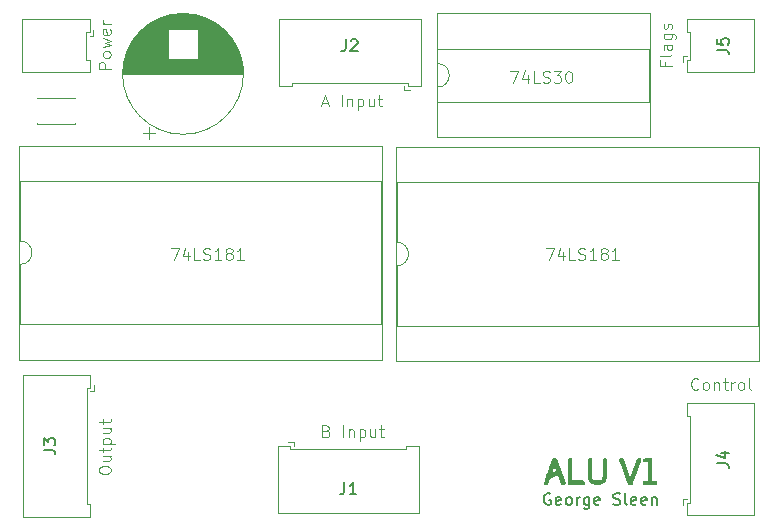
<source format=gbr>
%TF.GenerationSoftware,KiCad,Pcbnew,8.0.3*%
%TF.CreationDate,2024-07-14T22:50:11-07:00*%
%TF.ProjectId,Artemis ALU Module,41727465-6d69-4732-9041-4c55204d6f64,rev?*%
%TF.SameCoordinates,Original*%
%TF.FileFunction,Legend,Top*%
%TF.FilePolarity,Positive*%
%FSLAX46Y46*%
G04 Gerber Fmt 4.6, Leading zero omitted, Abs format (unit mm)*
G04 Created by KiCad (PCBNEW 8.0.3) date 2024-07-14 22:50:11*
%MOMM*%
%LPD*%
G01*
G04 APERTURE LIST*
%ADD10C,0.100000*%
%ADD11C,0.150000*%
%ADD12C,0.120000*%
G04 APERTURE END LIST*
D10*
X200125312Y-103027180D02*
X200077693Y-103074800D01*
X200077693Y-103074800D02*
X199934836Y-103122419D01*
X199934836Y-103122419D02*
X199839598Y-103122419D01*
X199839598Y-103122419D02*
X199696741Y-103074800D01*
X199696741Y-103074800D02*
X199601503Y-102979561D01*
X199601503Y-102979561D02*
X199553884Y-102884323D01*
X199553884Y-102884323D02*
X199506265Y-102693847D01*
X199506265Y-102693847D02*
X199506265Y-102550990D01*
X199506265Y-102550990D02*
X199553884Y-102360514D01*
X199553884Y-102360514D02*
X199601503Y-102265276D01*
X199601503Y-102265276D02*
X199696741Y-102170038D01*
X199696741Y-102170038D02*
X199839598Y-102122419D01*
X199839598Y-102122419D02*
X199934836Y-102122419D01*
X199934836Y-102122419D02*
X200077693Y-102170038D01*
X200077693Y-102170038D02*
X200125312Y-102217657D01*
X200696741Y-103122419D02*
X200601503Y-103074800D01*
X200601503Y-103074800D02*
X200553884Y-103027180D01*
X200553884Y-103027180D02*
X200506265Y-102931942D01*
X200506265Y-102931942D02*
X200506265Y-102646228D01*
X200506265Y-102646228D02*
X200553884Y-102550990D01*
X200553884Y-102550990D02*
X200601503Y-102503371D01*
X200601503Y-102503371D02*
X200696741Y-102455752D01*
X200696741Y-102455752D02*
X200839598Y-102455752D01*
X200839598Y-102455752D02*
X200934836Y-102503371D01*
X200934836Y-102503371D02*
X200982455Y-102550990D01*
X200982455Y-102550990D02*
X201030074Y-102646228D01*
X201030074Y-102646228D02*
X201030074Y-102931942D01*
X201030074Y-102931942D02*
X200982455Y-103027180D01*
X200982455Y-103027180D02*
X200934836Y-103074800D01*
X200934836Y-103074800D02*
X200839598Y-103122419D01*
X200839598Y-103122419D02*
X200696741Y-103122419D01*
X201458646Y-102455752D02*
X201458646Y-103122419D01*
X201458646Y-102550990D02*
X201506265Y-102503371D01*
X201506265Y-102503371D02*
X201601503Y-102455752D01*
X201601503Y-102455752D02*
X201744360Y-102455752D01*
X201744360Y-102455752D02*
X201839598Y-102503371D01*
X201839598Y-102503371D02*
X201887217Y-102598609D01*
X201887217Y-102598609D02*
X201887217Y-103122419D01*
X202220551Y-102455752D02*
X202601503Y-102455752D01*
X202363408Y-102122419D02*
X202363408Y-102979561D01*
X202363408Y-102979561D02*
X202411027Y-103074800D01*
X202411027Y-103074800D02*
X202506265Y-103122419D01*
X202506265Y-103122419D02*
X202601503Y-103122419D01*
X202934837Y-103122419D02*
X202934837Y-102455752D01*
X202934837Y-102646228D02*
X202982456Y-102550990D01*
X202982456Y-102550990D02*
X203030075Y-102503371D01*
X203030075Y-102503371D02*
X203125313Y-102455752D01*
X203125313Y-102455752D02*
X203220551Y-102455752D01*
X203696742Y-103122419D02*
X203601504Y-103074800D01*
X203601504Y-103074800D02*
X203553885Y-103027180D01*
X203553885Y-103027180D02*
X203506266Y-102931942D01*
X203506266Y-102931942D02*
X203506266Y-102646228D01*
X203506266Y-102646228D02*
X203553885Y-102550990D01*
X203553885Y-102550990D02*
X203601504Y-102503371D01*
X203601504Y-102503371D02*
X203696742Y-102455752D01*
X203696742Y-102455752D02*
X203839599Y-102455752D01*
X203839599Y-102455752D02*
X203934837Y-102503371D01*
X203934837Y-102503371D02*
X203982456Y-102550990D01*
X203982456Y-102550990D02*
X204030075Y-102646228D01*
X204030075Y-102646228D02*
X204030075Y-102931942D01*
X204030075Y-102931942D02*
X203982456Y-103027180D01*
X203982456Y-103027180D02*
X203934837Y-103074800D01*
X203934837Y-103074800D02*
X203839599Y-103122419D01*
X203839599Y-103122419D02*
X203696742Y-103122419D01*
X204601504Y-103122419D02*
X204506266Y-103074800D01*
X204506266Y-103074800D02*
X204458647Y-102979561D01*
X204458647Y-102979561D02*
X204458647Y-102122419D01*
D11*
X187610588Y-111917438D02*
X187515350Y-111869819D01*
X187515350Y-111869819D02*
X187372493Y-111869819D01*
X187372493Y-111869819D02*
X187229636Y-111917438D01*
X187229636Y-111917438D02*
X187134398Y-112012676D01*
X187134398Y-112012676D02*
X187086779Y-112107914D01*
X187086779Y-112107914D02*
X187039160Y-112298390D01*
X187039160Y-112298390D02*
X187039160Y-112441247D01*
X187039160Y-112441247D02*
X187086779Y-112631723D01*
X187086779Y-112631723D02*
X187134398Y-112726961D01*
X187134398Y-112726961D02*
X187229636Y-112822200D01*
X187229636Y-112822200D02*
X187372493Y-112869819D01*
X187372493Y-112869819D02*
X187467731Y-112869819D01*
X187467731Y-112869819D02*
X187610588Y-112822200D01*
X187610588Y-112822200D02*
X187658207Y-112774580D01*
X187658207Y-112774580D02*
X187658207Y-112441247D01*
X187658207Y-112441247D02*
X187467731Y-112441247D01*
X188467731Y-112822200D02*
X188372493Y-112869819D01*
X188372493Y-112869819D02*
X188182017Y-112869819D01*
X188182017Y-112869819D02*
X188086779Y-112822200D01*
X188086779Y-112822200D02*
X188039160Y-112726961D01*
X188039160Y-112726961D02*
X188039160Y-112346009D01*
X188039160Y-112346009D02*
X188086779Y-112250771D01*
X188086779Y-112250771D02*
X188182017Y-112203152D01*
X188182017Y-112203152D02*
X188372493Y-112203152D01*
X188372493Y-112203152D02*
X188467731Y-112250771D01*
X188467731Y-112250771D02*
X188515350Y-112346009D01*
X188515350Y-112346009D02*
X188515350Y-112441247D01*
X188515350Y-112441247D02*
X188039160Y-112536485D01*
X189086779Y-112869819D02*
X188991541Y-112822200D01*
X188991541Y-112822200D02*
X188943922Y-112774580D01*
X188943922Y-112774580D02*
X188896303Y-112679342D01*
X188896303Y-112679342D02*
X188896303Y-112393628D01*
X188896303Y-112393628D02*
X188943922Y-112298390D01*
X188943922Y-112298390D02*
X188991541Y-112250771D01*
X188991541Y-112250771D02*
X189086779Y-112203152D01*
X189086779Y-112203152D02*
X189229636Y-112203152D01*
X189229636Y-112203152D02*
X189324874Y-112250771D01*
X189324874Y-112250771D02*
X189372493Y-112298390D01*
X189372493Y-112298390D02*
X189420112Y-112393628D01*
X189420112Y-112393628D02*
X189420112Y-112679342D01*
X189420112Y-112679342D02*
X189372493Y-112774580D01*
X189372493Y-112774580D02*
X189324874Y-112822200D01*
X189324874Y-112822200D02*
X189229636Y-112869819D01*
X189229636Y-112869819D02*
X189086779Y-112869819D01*
X189848684Y-112869819D02*
X189848684Y-112203152D01*
X189848684Y-112393628D02*
X189896303Y-112298390D01*
X189896303Y-112298390D02*
X189943922Y-112250771D01*
X189943922Y-112250771D02*
X190039160Y-112203152D01*
X190039160Y-112203152D02*
X190134398Y-112203152D01*
X190896303Y-112203152D02*
X190896303Y-113012676D01*
X190896303Y-113012676D02*
X190848684Y-113107914D01*
X190848684Y-113107914D02*
X190801065Y-113155533D01*
X190801065Y-113155533D02*
X190705827Y-113203152D01*
X190705827Y-113203152D02*
X190562970Y-113203152D01*
X190562970Y-113203152D02*
X190467732Y-113155533D01*
X190896303Y-112822200D02*
X190801065Y-112869819D01*
X190801065Y-112869819D02*
X190610589Y-112869819D01*
X190610589Y-112869819D02*
X190515351Y-112822200D01*
X190515351Y-112822200D02*
X190467732Y-112774580D01*
X190467732Y-112774580D02*
X190420113Y-112679342D01*
X190420113Y-112679342D02*
X190420113Y-112393628D01*
X190420113Y-112393628D02*
X190467732Y-112298390D01*
X190467732Y-112298390D02*
X190515351Y-112250771D01*
X190515351Y-112250771D02*
X190610589Y-112203152D01*
X190610589Y-112203152D02*
X190801065Y-112203152D01*
X190801065Y-112203152D02*
X190896303Y-112250771D01*
X191753446Y-112822200D02*
X191658208Y-112869819D01*
X191658208Y-112869819D02*
X191467732Y-112869819D01*
X191467732Y-112869819D02*
X191372494Y-112822200D01*
X191372494Y-112822200D02*
X191324875Y-112726961D01*
X191324875Y-112726961D02*
X191324875Y-112346009D01*
X191324875Y-112346009D02*
X191372494Y-112250771D01*
X191372494Y-112250771D02*
X191467732Y-112203152D01*
X191467732Y-112203152D02*
X191658208Y-112203152D01*
X191658208Y-112203152D02*
X191753446Y-112250771D01*
X191753446Y-112250771D02*
X191801065Y-112346009D01*
X191801065Y-112346009D02*
X191801065Y-112441247D01*
X191801065Y-112441247D02*
X191324875Y-112536485D01*
X192943923Y-112822200D02*
X193086780Y-112869819D01*
X193086780Y-112869819D02*
X193324875Y-112869819D01*
X193324875Y-112869819D02*
X193420113Y-112822200D01*
X193420113Y-112822200D02*
X193467732Y-112774580D01*
X193467732Y-112774580D02*
X193515351Y-112679342D01*
X193515351Y-112679342D02*
X193515351Y-112584104D01*
X193515351Y-112584104D02*
X193467732Y-112488866D01*
X193467732Y-112488866D02*
X193420113Y-112441247D01*
X193420113Y-112441247D02*
X193324875Y-112393628D01*
X193324875Y-112393628D02*
X193134399Y-112346009D01*
X193134399Y-112346009D02*
X193039161Y-112298390D01*
X193039161Y-112298390D02*
X192991542Y-112250771D01*
X192991542Y-112250771D02*
X192943923Y-112155533D01*
X192943923Y-112155533D02*
X192943923Y-112060295D01*
X192943923Y-112060295D02*
X192991542Y-111965057D01*
X192991542Y-111965057D02*
X193039161Y-111917438D01*
X193039161Y-111917438D02*
X193134399Y-111869819D01*
X193134399Y-111869819D02*
X193372494Y-111869819D01*
X193372494Y-111869819D02*
X193515351Y-111917438D01*
X194086780Y-112869819D02*
X193991542Y-112822200D01*
X193991542Y-112822200D02*
X193943923Y-112726961D01*
X193943923Y-112726961D02*
X193943923Y-111869819D01*
X194848685Y-112822200D02*
X194753447Y-112869819D01*
X194753447Y-112869819D02*
X194562971Y-112869819D01*
X194562971Y-112869819D02*
X194467733Y-112822200D01*
X194467733Y-112822200D02*
X194420114Y-112726961D01*
X194420114Y-112726961D02*
X194420114Y-112346009D01*
X194420114Y-112346009D02*
X194467733Y-112250771D01*
X194467733Y-112250771D02*
X194562971Y-112203152D01*
X194562971Y-112203152D02*
X194753447Y-112203152D01*
X194753447Y-112203152D02*
X194848685Y-112250771D01*
X194848685Y-112250771D02*
X194896304Y-112346009D01*
X194896304Y-112346009D02*
X194896304Y-112441247D01*
X194896304Y-112441247D02*
X194420114Y-112536485D01*
X195705828Y-112822200D02*
X195610590Y-112869819D01*
X195610590Y-112869819D02*
X195420114Y-112869819D01*
X195420114Y-112869819D02*
X195324876Y-112822200D01*
X195324876Y-112822200D02*
X195277257Y-112726961D01*
X195277257Y-112726961D02*
X195277257Y-112346009D01*
X195277257Y-112346009D02*
X195324876Y-112250771D01*
X195324876Y-112250771D02*
X195420114Y-112203152D01*
X195420114Y-112203152D02*
X195610590Y-112203152D01*
X195610590Y-112203152D02*
X195705828Y-112250771D01*
X195705828Y-112250771D02*
X195753447Y-112346009D01*
X195753447Y-112346009D02*
X195753447Y-112441247D01*
X195753447Y-112441247D02*
X195277257Y-112536485D01*
X196182019Y-112203152D02*
X196182019Y-112869819D01*
X196182019Y-112298390D02*
X196229638Y-112250771D01*
X196229638Y-112250771D02*
X196324876Y-112203152D01*
X196324876Y-112203152D02*
X196467733Y-112203152D01*
X196467733Y-112203152D02*
X196562971Y-112250771D01*
X196562971Y-112250771D02*
X196610590Y-112346009D01*
X196610590Y-112346009D02*
X196610590Y-112869819D01*
D10*
X187208646Y-91122419D02*
X187875312Y-91122419D01*
X187875312Y-91122419D02*
X187446741Y-92122419D01*
X188684836Y-91455752D02*
X188684836Y-92122419D01*
X188446741Y-91074800D02*
X188208646Y-91789085D01*
X188208646Y-91789085D02*
X188827693Y-91789085D01*
X189684836Y-92122419D02*
X189208646Y-92122419D01*
X189208646Y-92122419D02*
X189208646Y-91122419D01*
X189970551Y-92074800D02*
X190113408Y-92122419D01*
X190113408Y-92122419D02*
X190351503Y-92122419D01*
X190351503Y-92122419D02*
X190446741Y-92074800D01*
X190446741Y-92074800D02*
X190494360Y-92027180D01*
X190494360Y-92027180D02*
X190541979Y-91931942D01*
X190541979Y-91931942D02*
X190541979Y-91836704D01*
X190541979Y-91836704D02*
X190494360Y-91741466D01*
X190494360Y-91741466D02*
X190446741Y-91693847D01*
X190446741Y-91693847D02*
X190351503Y-91646228D01*
X190351503Y-91646228D02*
X190161027Y-91598609D01*
X190161027Y-91598609D02*
X190065789Y-91550990D01*
X190065789Y-91550990D02*
X190018170Y-91503371D01*
X190018170Y-91503371D02*
X189970551Y-91408133D01*
X189970551Y-91408133D02*
X189970551Y-91312895D01*
X189970551Y-91312895D02*
X190018170Y-91217657D01*
X190018170Y-91217657D02*
X190065789Y-91170038D01*
X190065789Y-91170038D02*
X190161027Y-91122419D01*
X190161027Y-91122419D02*
X190399122Y-91122419D01*
X190399122Y-91122419D02*
X190541979Y-91170038D01*
X191494360Y-92122419D02*
X190922932Y-92122419D01*
X191208646Y-92122419D02*
X191208646Y-91122419D01*
X191208646Y-91122419D02*
X191113408Y-91265276D01*
X191113408Y-91265276D02*
X191018170Y-91360514D01*
X191018170Y-91360514D02*
X190922932Y-91408133D01*
X192065789Y-91550990D02*
X191970551Y-91503371D01*
X191970551Y-91503371D02*
X191922932Y-91455752D01*
X191922932Y-91455752D02*
X191875313Y-91360514D01*
X191875313Y-91360514D02*
X191875313Y-91312895D01*
X191875313Y-91312895D02*
X191922932Y-91217657D01*
X191922932Y-91217657D02*
X191970551Y-91170038D01*
X191970551Y-91170038D02*
X192065789Y-91122419D01*
X192065789Y-91122419D02*
X192256265Y-91122419D01*
X192256265Y-91122419D02*
X192351503Y-91170038D01*
X192351503Y-91170038D02*
X192399122Y-91217657D01*
X192399122Y-91217657D02*
X192446741Y-91312895D01*
X192446741Y-91312895D02*
X192446741Y-91360514D01*
X192446741Y-91360514D02*
X192399122Y-91455752D01*
X192399122Y-91455752D02*
X192351503Y-91503371D01*
X192351503Y-91503371D02*
X192256265Y-91550990D01*
X192256265Y-91550990D02*
X192065789Y-91550990D01*
X192065789Y-91550990D02*
X191970551Y-91598609D01*
X191970551Y-91598609D02*
X191922932Y-91646228D01*
X191922932Y-91646228D02*
X191875313Y-91741466D01*
X191875313Y-91741466D02*
X191875313Y-91931942D01*
X191875313Y-91931942D02*
X191922932Y-92027180D01*
X191922932Y-92027180D02*
X191970551Y-92074800D01*
X191970551Y-92074800D02*
X192065789Y-92122419D01*
X192065789Y-92122419D02*
X192256265Y-92122419D01*
X192256265Y-92122419D02*
X192351503Y-92074800D01*
X192351503Y-92074800D02*
X192399122Y-92027180D01*
X192399122Y-92027180D02*
X192446741Y-91931942D01*
X192446741Y-91931942D02*
X192446741Y-91741466D01*
X192446741Y-91741466D02*
X192399122Y-91646228D01*
X192399122Y-91646228D02*
X192351503Y-91598609D01*
X192351503Y-91598609D02*
X192256265Y-91550990D01*
X193399122Y-92122419D02*
X192827694Y-92122419D01*
X193113408Y-92122419D02*
X193113408Y-91122419D01*
X193113408Y-91122419D02*
X193018170Y-91265276D01*
X193018170Y-91265276D02*
X192922932Y-91360514D01*
X192922932Y-91360514D02*
X192827694Y-91408133D01*
X184208646Y-76122419D02*
X184875312Y-76122419D01*
X184875312Y-76122419D02*
X184446741Y-77122419D01*
X185684836Y-76455752D02*
X185684836Y-77122419D01*
X185446741Y-76074800D02*
X185208646Y-76789085D01*
X185208646Y-76789085D02*
X185827693Y-76789085D01*
X186684836Y-77122419D02*
X186208646Y-77122419D01*
X186208646Y-77122419D02*
X186208646Y-76122419D01*
X186970551Y-77074800D02*
X187113408Y-77122419D01*
X187113408Y-77122419D02*
X187351503Y-77122419D01*
X187351503Y-77122419D02*
X187446741Y-77074800D01*
X187446741Y-77074800D02*
X187494360Y-77027180D01*
X187494360Y-77027180D02*
X187541979Y-76931942D01*
X187541979Y-76931942D02*
X187541979Y-76836704D01*
X187541979Y-76836704D02*
X187494360Y-76741466D01*
X187494360Y-76741466D02*
X187446741Y-76693847D01*
X187446741Y-76693847D02*
X187351503Y-76646228D01*
X187351503Y-76646228D02*
X187161027Y-76598609D01*
X187161027Y-76598609D02*
X187065789Y-76550990D01*
X187065789Y-76550990D02*
X187018170Y-76503371D01*
X187018170Y-76503371D02*
X186970551Y-76408133D01*
X186970551Y-76408133D02*
X186970551Y-76312895D01*
X186970551Y-76312895D02*
X187018170Y-76217657D01*
X187018170Y-76217657D02*
X187065789Y-76170038D01*
X187065789Y-76170038D02*
X187161027Y-76122419D01*
X187161027Y-76122419D02*
X187399122Y-76122419D01*
X187399122Y-76122419D02*
X187541979Y-76170038D01*
X187875313Y-76122419D02*
X188494360Y-76122419D01*
X188494360Y-76122419D02*
X188161027Y-76503371D01*
X188161027Y-76503371D02*
X188303884Y-76503371D01*
X188303884Y-76503371D02*
X188399122Y-76550990D01*
X188399122Y-76550990D02*
X188446741Y-76598609D01*
X188446741Y-76598609D02*
X188494360Y-76693847D01*
X188494360Y-76693847D02*
X188494360Y-76931942D01*
X188494360Y-76931942D02*
X188446741Y-77027180D01*
X188446741Y-77027180D02*
X188399122Y-77074800D01*
X188399122Y-77074800D02*
X188303884Y-77122419D01*
X188303884Y-77122419D02*
X188018170Y-77122419D01*
X188018170Y-77122419D02*
X187922932Y-77074800D01*
X187922932Y-77074800D02*
X187875313Y-77027180D01*
X189113408Y-76122419D02*
X189208646Y-76122419D01*
X189208646Y-76122419D02*
X189303884Y-76170038D01*
X189303884Y-76170038D02*
X189351503Y-76217657D01*
X189351503Y-76217657D02*
X189399122Y-76312895D01*
X189399122Y-76312895D02*
X189446741Y-76503371D01*
X189446741Y-76503371D02*
X189446741Y-76741466D01*
X189446741Y-76741466D02*
X189399122Y-76931942D01*
X189399122Y-76931942D02*
X189351503Y-77027180D01*
X189351503Y-77027180D02*
X189303884Y-77074800D01*
X189303884Y-77074800D02*
X189208646Y-77122419D01*
X189208646Y-77122419D02*
X189113408Y-77122419D01*
X189113408Y-77122419D02*
X189018170Y-77074800D01*
X189018170Y-77074800D02*
X188970551Y-77027180D01*
X188970551Y-77027180D02*
X188922932Y-76931942D01*
X188922932Y-76931942D02*
X188875313Y-76741466D01*
X188875313Y-76741466D02*
X188875313Y-76503371D01*
X188875313Y-76503371D02*
X188922932Y-76312895D01*
X188922932Y-76312895D02*
X188970551Y-76217657D01*
X188970551Y-76217657D02*
X189018170Y-76170038D01*
X189018170Y-76170038D02*
X189113408Y-76122419D01*
X168256265Y-78836704D02*
X168732455Y-78836704D01*
X168161027Y-79122419D02*
X168494360Y-78122419D01*
X168494360Y-78122419D02*
X168827693Y-79122419D01*
X169922932Y-79122419D02*
X169922932Y-78122419D01*
X170399122Y-78455752D02*
X170399122Y-79122419D01*
X170399122Y-78550990D02*
X170446741Y-78503371D01*
X170446741Y-78503371D02*
X170541979Y-78455752D01*
X170541979Y-78455752D02*
X170684836Y-78455752D01*
X170684836Y-78455752D02*
X170780074Y-78503371D01*
X170780074Y-78503371D02*
X170827693Y-78598609D01*
X170827693Y-78598609D02*
X170827693Y-79122419D01*
X171303884Y-78455752D02*
X171303884Y-79455752D01*
X171303884Y-78503371D02*
X171399122Y-78455752D01*
X171399122Y-78455752D02*
X171589598Y-78455752D01*
X171589598Y-78455752D02*
X171684836Y-78503371D01*
X171684836Y-78503371D02*
X171732455Y-78550990D01*
X171732455Y-78550990D02*
X171780074Y-78646228D01*
X171780074Y-78646228D02*
X171780074Y-78931942D01*
X171780074Y-78931942D02*
X171732455Y-79027180D01*
X171732455Y-79027180D02*
X171684836Y-79074800D01*
X171684836Y-79074800D02*
X171589598Y-79122419D01*
X171589598Y-79122419D02*
X171399122Y-79122419D01*
X171399122Y-79122419D02*
X171303884Y-79074800D01*
X172637217Y-78455752D02*
X172637217Y-79122419D01*
X172208646Y-78455752D02*
X172208646Y-78979561D01*
X172208646Y-78979561D02*
X172256265Y-79074800D01*
X172256265Y-79074800D02*
X172351503Y-79122419D01*
X172351503Y-79122419D02*
X172494360Y-79122419D01*
X172494360Y-79122419D02*
X172589598Y-79074800D01*
X172589598Y-79074800D02*
X172637217Y-79027180D01*
X172970551Y-78455752D02*
X173351503Y-78455752D01*
X173113408Y-78122419D02*
X173113408Y-78979561D01*
X173113408Y-78979561D02*
X173161027Y-79074800D01*
X173161027Y-79074800D02*
X173256265Y-79122419D01*
X173256265Y-79122419D02*
X173351503Y-79122419D01*
X155458646Y-91122419D02*
X156125312Y-91122419D01*
X156125312Y-91122419D02*
X155696741Y-92122419D01*
X156934836Y-91455752D02*
X156934836Y-92122419D01*
X156696741Y-91074800D02*
X156458646Y-91789085D01*
X156458646Y-91789085D02*
X157077693Y-91789085D01*
X157934836Y-92122419D02*
X157458646Y-92122419D01*
X157458646Y-92122419D02*
X157458646Y-91122419D01*
X158220551Y-92074800D02*
X158363408Y-92122419D01*
X158363408Y-92122419D02*
X158601503Y-92122419D01*
X158601503Y-92122419D02*
X158696741Y-92074800D01*
X158696741Y-92074800D02*
X158744360Y-92027180D01*
X158744360Y-92027180D02*
X158791979Y-91931942D01*
X158791979Y-91931942D02*
X158791979Y-91836704D01*
X158791979Y-91836704D02*
X158744360Y-91741466D01*
X158744360Y-91741466D02*
X158696741Y-91693847D01*
X158696741Y-91693847D02*
X158601503Y-91646228D01*
X158601503Y-91646228D02*
X158411027Y-91598609D01*
X158411027Y-91598609D02*
X158315789Y-91550990D01*
X158315789Y-91550990D02*
X158268170Y-91503371D01*
X158268170Y-91503371D02*
X158220551Y-91408133D01*
X158220551Y-91408133D02*
X158220551Y-91312895D01*
X158220551Y-91312895D02*
X158268170Y-91217657D01*
X158268170Y-91217657D02*
X158315789Y-91170038D01*
X158315789Y-91170038D02*
X158411027Y-91122419D01*
X158411027Y-91122419D02*
X158649122Y-91122419D01*
X158649122Y-91122419D02*
X158791979Y-91170038D01*
X159744360Y-92122419D02*
X159172932Y-92122419D01*
X159458646Y-92122419D02*
X159458646Y-91122419D01*
X159458646Y-91122419D02*
X159363408Y-91265276D01*
X159363408Y-91265276D02*
X159268170Y-91360514D01*
X159268170Y-91360514D02*
X159172932Y-91408133D01*
X160315789Y-91550990D02*
X160220551Y-91503371D01*
X160220551Y-91503371D02*
X160172932Y-91455752D01*
X160172932Y-91455752D02*
X160125313Y-91360514D01*
X160125313Y-91360514D02*
X160125313Y-91312895D01*
X160125313Y-91312895D02*
X160172932Y-91217657D01*
X160172932Y-91217657D02*
X160220551Y-91170038D01*
X160220551Y-91170038D02*
X160315789Y-91122419D01*
X160315789Y-91122419D02*
X160506265Y-91122419D01*
X160506265Y-91122419D02*
X160601503Y-91170038D01*
X160601503Y-91170038D02*
X160649122Y-91217657D01*
X160649122Y-91217657D02*
X160696741Y-91312895D01*
X160696741Y-91312895D02*
X160696741Y-91360514D01*
X160696741Y-91360514D02*
X160649122Y-91455752D01*
X160649122Y-91455752D02*
X160601503Y-91503371D01*
X160601503Y-91503371D02*
X160506265Y-91550990D01*
X160506265Y-91550990D02*
X160315789Y-91550990D01*
X160315789Y-91550990D02*
X160220551Y-91598609D01*
X160220551Y-91598609D02*
X160172932Y-91646228D01*
X160172932Y-91646228D02*
X160125313Y-91741466D01*
X160125313Y-91741466D02*
X160125313Y-91931942D01*
X160125313Y-91931942D02*
X160172932Y-92027180D01*
X160172932Y-92027180D02*
X160220551Y-92074800D01*
X160220551Y-92074800D02*
X160315789Y-92122419D01*
X160315789Y-92122419D02*
X160506265Y-92122419D01*
X160506265Y-92122419D02*
X160601503Y-92074800D01*
X160601503Y-92074800D02*
X160649122Y-92027180D01*
X160649122Y-92027180D02*
X160696741Y-91931942D01*
X160696741Y-91931942D02*
X160696741Y-91741466D01*
X160696741Y-91741466D02*
X160649122Y-91646228D01*
X160649122Y-91646228D02*
X160601503Y-91598609D01*
X160601503Y-91598609D02*
X160506265Y-91550990D01*
X161649122Y-92122419D02*
X161077694Y-92122419D01*
X161363408Y-92122419D02*
X161363408Y-91122419D01*
X161363408Y-91122419D02*
X161268170Y-91265276D01*
X161268170Y-91265276D02*
X161172932Y-91360514D01*
X161172932Y-91360514D02*
X161077694Y-91408133D01*
X149372419Y-110005639D02*
X149372419Y-109815163D01*
X149372419Y-109815163D02*
X149420038Y-109719925D01*
X149420038Y-109719925D02*
X149515276Y-109624687D01*
X149515276Y-109624687D02*
X149705752Y-109577068D01*
X149705752Y-109577068D02*
X150039085Y-109577068D01*
X150039085Y-109577068D02*
X150229561Y-109624687D01*
X150229561Y-109624687D02*
X150324800Y-109719925D01*
X150324800Y-109719925D02*
X150372419Y-109815163D01*
X150372419Y-109815163D02*
X150372419Y-110005639D01*
X150372419Y-110005639D02*
X150324800Y-110100877D01*
X150324800Y-110100877D02*
X150229561Y-110196115D01*
X150229561Y-110196115D02*
X150039085Y-110243734D01*
X150039085Y-110243734D02*
X149705752Y-110243734D01*
X149705752Y-110243734D02*
X149515276Y-110196115D01*
X149515276Y-110196115D02*
X149420038Y-110100877D01*
X149420038Y-110100877D02*
X149372419Y-110005639D01*
X149705752Y-108719925D02*
X150372419Y-108719925D01*
X149705752Y-109148496D02*
X150229561Y-109148496D01*
X150229561Y-109148496D02*
X150324800Y-109100877D01*
X150324800Y-109100877D02*
X150372419Y-109005639D01*
X150372419Y-109005639D02*
X150372419Y-108862782D01*
X150372419Y-108862782D02*
X150324800Y-108767544D01*
X150324800Y-108767544D02*
X150277180Y-108719925D01*
X149705752Y-108386591D02*
X149705752Y-108005639D01*
X149372419Y-108243734D02*
X150229561Y-108243734D01*
X150229561Y-108243734D02*
X150324800Y-108196115D01*
X150324800Y-108196115D02*
X150372419Y-108100877D01*
X150372419Y-108100877D02*
X150372419Y-108005639D01*
X149705752Y-107672305D02*
X150705752Y-107672305D01*
X149753371Y-107672305D02*
X149705752Y-107577067D01*
X149705752Y-107577067D02*
X149705752Y-107386591D01*
X149705752Y-107386591D02*
X149753371Y-107291353D01*
X149753371Y-107291353D02*
X149800990Y-107243734D01*
X149800990Y-107243734D02*
X149896228Y-107196115D01*
X149896228Y-107196115D02*
X150181942Y-107196115D01*
X150181942Y-107196115D02*
X150277180Y-107243734D01*
X150277180Y-107243734D02*
X150324800Y-107291353D01*
X150324800Y-107291353D02*
X150372419Y-107386591D01*
X150372419Y-107386591D02*
X150372419Y-107577067D01*
X150372419Y-107577067D02*
X150324800Y-107672305D01*
X149705752Y-106338972D02*
X150372419Y-106338972D01*
X149705752Y-106767543D02*
X150229561Y-106767543D01*
X150229561Y-106767543D02*
X150324800Y-106719924D01*
X150324800Y-106719924D02*
X150372419Y-106624686D01*
X150372419Y-106624686D02*
X150372419Y-106481829D01*
X150372419Y-106481829D02*
X150324800Y-106386591D01*
X150324800Y-106386591D02*
X150277180Y-106338972D01*
X149705752Y-106005638D02*
X149705752Y-105624686D01*
X149372419Y-105862781D02*
X150229561Y-105862781D01*
X150229561Y-105862781D02*
X150324800Y-105815162D01*
X150324800Y-105815162D02*
X150372419Y-105719924D01*
X150372419Y-105719924D02*
X150372419Y-105624686D01*
D11*
G36*
X188102524Y-108910723D02*
G01*
X188170411Y-108982330D01*
X188887020Y-111036413D01*
X188889951Y-111070118D01*
X188884219Y-111109098D01*
X188800069Y-111160000D01*
X188598813Y-111160000D01*
X188578782Y-111158595D01*
X188508932Y-111087215D01*
X188254431Y-110347159D01*
X187565177Y-110653928D01*
X187411304Y-111087215D01*
X187402892Y-111106988D01*
X187318981Y-111160000D01*
X187125540Y-111160000D01*
X187088363Y-111151834D01*
X187033217Y-111070118D01*
X187040437Y-111046768D01*
X187075577Y-110940341D01*
X187112624Y-110829501D01*
X187158501Y-110692919D01*
X187211433Y-110535882D01*
X187269650Y-110363679D01*
X187331378Y-110181598D01*
X187344003Y-110144438D01*
X187733217Y-110144438D01*
X188119609Y-109972979D01*
X188089302Y-109891767D01*
X188055617Y-109795659D01*
X188027285Y-109708220D01*
X188023651Y-109697647D01*
X187992001Y-109599842D01*
X187960362Y-109505987D01*
X187733217Y-110144438D01*
X187344003Y-110144438D01*
X187363005Y-110088506D01*
X187394846Y-109994927D01*
X187426678Y-109901523D01*
X187458280Y-109808954D01*
X187519908Y-109628966D01*
X187577959Y-109460251D01*
X187630659Y-109308098D01*
X187676235Y-109177795D01*
X187712917Y-109074629D01*
X187747383Y-108982330D01*
X187754550Y-108967120D01*
X187836775Y-108909057D01*
X188083461Y-108909057D01*
X188102524Y-108910723D01*
G37*
G36*
X190415003Y-111160000D02*
G01*
X190499372Y-111108217D01*
X190504884Y-111048136D01*
X190504884Y-110897194D01*
X190481961Y-110799619D01*
X190395464Y-110787773D01*
X189465875Y-110787773D01*
X189465875Y-109018967D01*
X189435528Y-108923234D01*
X189376482Y-108909057D01*
X189183042Y-108909057D01*
X189099374Y-108960371D01*
X189093649Y-108999427D01*
X189099023Y-111070607D01*
X189150434Y-111155612D01*
X189183042Y-111160000D01*
X190415003Y-111160000D01*
G37*
G36*
X192400209Y-108999427D02*
G01*
X192348277Y-108914866D01*
X192307885Y-108909057D01*
X192123237Y-108909057D01*
X192036865Y-108959504D01*
X192030425Y-109018967D01*
X192030425Y-110446810D01*
X192014454Y-110549923D01*
X191969838Y-110640697D01*
X191901522Y-110714418D01*
X191814453Y-110766372D01*
X191713577Y-110791844D01*
X191677739Y-110793635D01*
X191462316Y-110793635D01*
X191356555Y-110774884D01*
X191264976Y-110723008D01*
X191195311Y-110644573D01*
X191155292Y-110546143D01*
X191148709Y-110483447D01*
X191148709Y-109018967D01*
X191118203Y-108923234D01*
X191058827Y-108909057D01*
X190871249Y-108909057D01*
X190787580Y-108960371D01*
X190781856Y-108999427D01*
X190781856Y-110483447D01*
X190789840Y-110588633D01*
X190812964Y-110688095D01*
X190849984Y-110780824D01*
X190899656Y-110865811D01*
X190983417Y-110965338D01*
X191084512Y-111046913D01*
X191169934Y-111094874D01*
X191262205Y-111130382D01*
X191360080Y-111152427D01*
X191462316Y-111160000D01*
X191677739Y-111160000D01*
X191786203Y-111151790D01*
X191890071Y-111127964D01*
X191988015Y-111089727D01*
X192078710Y-111038284D01*
X192160830Y-110974840D01*
X192233050Y-110900600D01*
X192294043Y-110816769D01*
X192342484Y-110724553D01*
X192377046Y-110625156D01*
X192396405Y-110519783D01*
X192400209Y-110446810D01*
X192400209Y-108999427D01*
G37*
G36*
X195306210Y-108999427D02*
G01*
X195249538Y-108916858D01*
X195216817Y-108909057D01*
X194995533Y-108909057D01*
X194914659Y-108965232D01*
X194905652Y-108988192D01*
X194900279Y-108999427D01*
X194903210Y-108982330D01*
X194357083Y-110622665D01*
X193805094Y-108982330D01*
X193734869Y-108910723D01*
X193715701Y-108909057D01*
X193497348Y-108909057D01*
X193410794Y-108960371D01*
X193405024Y-108999427D01*
X193416259Y-109047299D01*
X193453972Y-109141867D01*
X193490614Y-109235684D01*
X193526291Y-109328854D01*
X193561110Y-109421487D01*
X193595180Y-109513686D01*
X193628607Y-109605561D01*
X193677778Y-109742995D01*
X193726107Y-109880296D01*
X193773956Y-110017825D01*
X193821687Y-110155940D01*
X193853621Y-110248521D01*
X193885772Y-110341629D01*
X193918246Y-110435370D01*
X193951151Y-110529853D01*
X194144103Y-111090146D01*
X194217137Y-111159137D01*
X194233984Y-111160000D01*
X194480181Y-111160000D01*
X194562427Y-111103245D01*
X194569574Y-111087215D01*
X194617445Y-110954836D01*
X194905652Y-110153230D01*
X195205582Y-109317431D01*
X195238813Y-109220774D01*
X195269616Y-109126360D01*
X195299555Y-109026859D01*
X195306210Y-108999427D01*
G37*
G36*
X196568457Y-111160000D02*
G01*
X196652367Y-111105251D01*
X196657850Y-111048136D01*
X196657850Y-110910872D01*
X196621381Y-110816571D01*
X196548918Y-110801939D01*
X196229448Y-110801939D01*
X196229448Y-109018478D01*
X196199318Y-108923121D01*
X196140055Y-108909057D01*
X195582693Y-108909057D01*
X195489983Y-108942529D01*
X195473761Y-109018478D01*
X195473761Y-109161116D01*
X195501596Y-109256466D01*
X195563154Y-109273468D01*
X195857222Y-109273468D01*
X195857222Y-110801939D01*
X195554849Y-110801939D01*
X195462676Y-110843346D01*
X195451290Y-110910872D01*
X195451290Y-111048136D01*
X195479126Y-111143152D01*
X195540683Y-111160000D01*
X196568457Y-111160000D01*
G37*
D10*
X197348609Y-75362782D02*
X197348609Y-75696115D01*
X197872419Y-75696115D02*
X196872419Y-75696115D01*
X196872419Y-75696115D02*
X196872419Y-75219925D01*
X197872419Y-74696115D02*
X197824800Y-74791353D01*
X197824800Y-74791353D02*
X197729561Y-74838972D01*
X197729561Y-74838972D02*
X196872419Y-74838972D01*
X197872419Y-73886591D02*
X197348609Y-73886591D01*
X197348609Y-73886591D02*
X197253371Y-73934210D01*
X197253371Y-73934210D02*
X197205752Y-74029448D01*
X197205752Y-74029448D02*
X197205752Y-74219924D01*
X197205752Y-74219924D02*
X197253371Y-74315162D01*
X197824800Y-73886591D02*
X197872419Y-73981829D01*
X197872419Y-73981829D02*
X197872419Y-74219924D01*
X197872419Y-74219924D02*
X197824800Y-74315162D01*
X197824800Y-74315162D02*
X197729561Y-74362781D01*
X197729561Y-74362781D02*
X197634323Y-74362781D01*
X197634323Y-74362781D02*
X197539085Y-74315162D01*
X197539085Y-74315162D02*
X197491466Y-74219924D01*
X197491466Y-74219924D02*
X197491466Y-73981829D01*
X197491466Y-73981829D02*
X197443847Y-73886591D01*
X197205752Y-72981829D02*
X198015276Y-72981829D01*
X198015276Y-72981829D02*
X198110514Y-73029448D01*
X198110514Y-73029448D02*
X198158133Y-73077067D01*
X198158133Y-73077067D02*
X198205752Y-73172305D01*
X198205752Y-73172305D02*
X198205752Y-73315162D01*
X198205752Y-73315162D02*
X198158133Y-73410400D01*
X197824800Y-72981829D02*
X197872419Y-73077067D01*
X197872419Y-73077067D02*
X197872419Y-73267543D01*
X197872419Y-73267543D02*
X197824800Y-73362781D01*
X197824800Y-73362781D02*
X197777180Y-73410400D01*
X197777180Y-73410400D02*
X197681942Y-73458019D01*
X197681942Y-73458019D02*
X197396228Y-73458019D01*
X197396228Y-73458019D02*
X197300990Y-73410400D01*
X197300990Y-73410400D02*
X197253371Y-73362781D01*
X197253371Y-73362781D02*
X197205752Y-73267543D01*
X197205752Y-73267543D02*
X197205752Y-73077067D01*
X197205752Y-73077067D02*
X197253371Y-72981829D01*
X197824800Y-72553257D02*
X197872419Y-72458019D01*
X197872419Y-72458019D02*
X197872419Y-72267543D01*
X197872419Y-72267543D02*
X197824800Y-72172305D01*
X197824800Y-72172305D02*
X197729561Y-72124686D01*
X197729561Y-72124686D02*
X197681942Y-72124686D01*
X197681942Y-72124686D02*
X197586704Y-72172305D01*
X197586704Y-72172305D02*
X197539085Y-72267543D01*
X197539085Y-72267543D02*
X197539085Y-72410400D01*
X197539085Y-72410400D02*
X197491466Y-72505638D01*
X197491466Y-72505638D02*
X197396228Y-72553257D01*
X197396228Y-72553257D02*
X197348609Y-72553257D01*
X197348609Y-72553257D02*
X197253371Y-72505638D01*
X197253371Y-72505638D02*
X197205752Y-72410400D01*
X197205752Y-72410400D02*
X197205752Y-72267543D01*
X197205752Y-72267543D02*
X197253371Y-72172305D01*
X168637217Y-106598609D02*
X168780074Y-106646228D01*
X168780074Y-106646228D02*
X168827693Y-106693847D01*
X168827693Y-106693847D02*
X168875312Y-106789085D01*
X168875312Y-106789085D02*
X168875312Y-106931942D01*
X168875312Y-106931942D02*
X168827693Y-107027180D01*
X168827693Y-107027180D02*
X168780074Y-107074800D01*
X168780074Y-107074800D02*
X168684836Y-107122419D01*
X168684836Y-107122419D02*
X168303884Y-107122419D01*
X168303884Y-107122419D02*
X168303884Y-106122419D01*
X168303884Y-106122419D02*
X168637217Y-106122419D01*
X168637217Y-106122419D02*
X168732455Y-106170038D01*
X168732455Y-106170038D02*
X168780074Y-106217657D01*
X168780074Y-106217657D02*
X168827693Y-106312895D01*
X168827693Y-106312895D02*
X168827693Y-106408133D01*
X168827693Y-106408133D02*
X168780074Y-106503371D01*
X168780074Y-106503371D02*
X168732455Y-106550990D01*
X168732455Y-106550990D02*
X168637217Y-106598609D01*
X168637217Y-106598609D02*
X168303884Y-106598609D01*
X170065789Y-107122419D02*
X170065789Y-106122419D01*
X170541979Y-106455752D02*
X170541979Y-107122419D01*
X170541979Y-106550990D02*
X170589598Y-106503371D01*
X170589598Y-106503371D02*
X170684836Y-106455752D01*
X170684836Y-106455752D02*
X170827693Y-106455752D01*
X170827693Y-106455752D02*
X170922931Y-106503371D01*
X170922931Y-106503371D02*
X170970550Y-106598609D01*
X170970550Y-106598609D02*
X170970550Y-107122419D01*
X171446741Y-106455752D02*
X171446741Y-107455752D01*
X171446741Y-106503371D02*
X171541979Y-106455752D01*
X171541979Y-106455752D02*
X171732455Y-106455752D01*
X171732455Y-106455752D02*
X171827693Y-106503371D01*
X171827693Y-106503371D02*
X171875312Y-106550990D01*
X171875312Y-106550990D02*
X171922931Y-106646228D01*
X171922931Y-106646228D02*
X171922931Y-106931942D01*
X171922931Y-106931942D02*
X171875312Y-107027180D01*
X171875312Y-107027180D02*
X171827693Y-107074800D01*
X171827693Y-107074800D02*
X171732455Y-107122419D01*
X171732455Y-107122419D02*
X171541979Y-107122419D01*
X171541979Y-107122419D02*
X171446741Y-107074800D01*
X172780074Y-106455752D02*
X172780074Y-107122419D01*
X172351503Y-106455752D02*
X172351503Y-106979561D01*
X172351503Y-106979561D02*
X172399122Y-107074800D01*
X172399122Y-107074800D02*
X172494360Y-107122419D01*
X172494360Y-107122419D02*
X172637217Y-107122419D01*
X172637217Y-107122419D02*
X172732455Y-107074800D01*
X172732455Y-107074800D02*
X172780074Y-107027180D01*
X173113408Y-106455752D02*
X173494360Y-106455752D01*
X173256265Y-106122419D02*
X173256265Y-106979561D01*
X173256265Y-106979561D02*
X173303884Y-107074800D01*
X173303884Y-107074800D02*
X173399122Y-107122419D01*
X173399122Y-107122419D02*
X173494360Y-107122419D01*
X150372419Y-75946115D02*
X149372419Y-75946115D01*
X149372419Y-75946115D02*
X149372419Y-75565163D01*
X149372419Y-75565163D02*
X149420038Y-75469925D01*
X149420038Y-75469925D02*
X149467657Y-75422306D01*
X149467657Y-75422306D02*
X149562895Y-75374687D01*
X149562895Y-75374687D02*
X149705752Y-75374687D01*
X149705752Y-75374687D02*
X149800990Y-75422306D01*
X149800990Y-75422306D02*
X149848609Y-75469925D01*
X149848609Y-75469925D02*
X149896228Y-75565163D01*
X149896228Y-75565163D02*
X149896228Y-75946115D01*
X150372419Y-74803258D02*
X150324800Y-74898496D01*
X150324800Y-74898496D02*
X150277180Y-74946115D01*
X150277180Y-74946115D02*
X150181942Y-74993734D01*
X150181942Y-74993734D02*
X149896228Y-74993734D01*
X149896228Y-74993734D02*
X149800990Y-74946115D01*
X149800990Y-74946115D02*
X149753371Y-74898496D01*
X149753371Y-74898496D02*
X149705752Y-74803258D01*
X149705752Y-74803258D02*
X149705752Y-74660401D01*
X149705752Y-74660401D02*
X149753371Y-74565163D01*
X149753371Y-74565163D02*
X149800990Y-74517544D01*
X149800990Y-74517544D02*
X149896228Y-74469925D01*
X149896228Y-74469925D02*
X150181942Y-74469925D01*
X150181942Y-74469925D02*
X150277180Y-74517544D01*
X150277180Y-74517544D02*
X150324800Y-74565163D01*
X150324800Y-74565163D02*
X150372419Y-74660401D01*
X150372419Y-74660401D02*
X150372419Y-74803258D01*
X149705752Y-74136591D02*
X150372419Y-73946115D01*
X150372419Y-73946115D02*
X149896228Y-73755639D01*
X149896228Y-73755639D02*
X150372419Y-73565163D01*
X150372419Y-73565163D02*
X149705752Y-73374687D01*
X150324800Y-72612782D02*
X150372419Y-72708020D01*
X150372419Y-72708020D02*
X150372419Y-72898496D01*
X150372419Y-72898496D02*
X150324800Y-72993734D01*
X150324800Y-72993734D02*
X150229561Y-73041353D01*
X150229561Y-73041353D02*
X149848609Y-73041353D01*
X149848609Y-73041353D02*
X149753371Y-72993734D01*
X149753371Y-72993734D02*
X149705752Y-72898496D01*
X149705752Y-72898496D02*
X149705752Y-72708020D01*
X149705752Y-72708020D02*
X149753371Y-72612782D01*
X149753371Y-72612782D02*
X149848609Y-72565163D01*
X149848609Y-72565163D02*
X149943847Y-72565163D01*
X149943847Y-72565163D02*
X150039085Y-73041353D01*
X150372419Y-72136591D02*
X149705752Y-72136591D01*
X149896228Y-72136591D02*
X149800990Y-72088972D01*
X149800990Y-72088972D02*
X149753371Y-72041353D01*
X149753371Y-72041353D02*
X149705752Y-71946115D01*
X149705752Y-71946115D02*
X149705752Y-71850877D01*
D11*
X201704819Y-109338333D02*
X202419104Y-109338333D01*
X202419104Y-109338333D02*
X202561961Y-109385952D01*
X202561961Y-109385952D02*
X202657200Y-109481190D01*
X202657200Y-109481190D02*
X202704819Y-109624047D01*
X202704819Y-109624047D02*
X202704819Y-109719285D01*
X202038152Y-108433571D02*
X202704819Y-108433571D01*
X201657200Y-108671666D02*
X202371485Y-108909761D01*
X202371485Y-108909761D02*
X202371485Y-108290714D01*
X170171666Y-110954819D02*
X170171666Y-111669104D01*
X170171666Y-111669104D02*
X170124047Y-111811961D01*
X170124047Y-111811961D02*
X170028809Y-111907200D01*
X170028809Y-111907200D02*
X169885952Y-111954819D01*
X169885952Y-111954819D02*
X169790714Y-111954819D01*
X171171666Y-111954819D02*
X170600238Y-111954819D01*
X170885952Y-111954819D02*
X170885952Y-110954819D01*
X170885952Y-110954819D02*
X170790714Y-111097676D01*
X170790714Y-111097676D02*
X170695476Y-111192914D01*
X170695476Y-111192914D02*
X170600238Y-111240533D01*
X144704819Y-108213333D02*
X145419104Y-108213333D01*
X145419104Y-108213333D02*
X145561961Y-108260952D01*
X145561961Y-108260952D02*
X145657200Y-108356190D01*
X145657200Y-108356190D02*
X145704819Y-108499047D01*
X145704819Y-108499047D02*
X145704819Y-108594285D01*
X144704819Y-107832380D02*
X144704819Y-107213333D01*
X144704819Y-107213333D02*
X145085771Y-107546666D01*
X145085771Y-107546666D02*
X145085771Y-107403809D01*
X145085771Y-107403809D02*
X145133390Y-107308571D01*
X145133390Y-107308571D02*
X145181009Y-107260952D01*
X145181009Y-107260952D02*
X145276247Y-107213333D01*
X145276247Y-107213333D02*
X145514342Y-107213333D01*
X145514342Y-107213333D02*
X145609580Y-107260952D01*
X145609580Y-107260952D02*
X145657200Y-107308571D01*
X145657200Y-107308571D02*
X145704819Y-107403809D01*
X145704819Y-107403809D02*
X145704819Y-107689523D01*
X145704819Y-107689523D02*
X145657200Y-107784761D01*
X145657200Y-107784761D02*
X145609580Y-107832380D01*
X201704819Y-74333333D02*
X202419104Y-74333333D01*
X202419104Y-74333333D02*
X202561961Y-74380952D01*
X202561961Y-74380952D02*
X202657200Y-74476190D01*
X202657200Y-74476190D02*
X202704819Y-74619047D01*
X202704819Y-74619047D02*
X202704819Y-74714285D01*
X201704819Y-73380952D02*
X201704819Y-73857142D01*
X201704819Y-73857142D02*
X202181009Y-73904761D01*
X202181009Y-73904761D02*
X202133390Y-73857142D01*
X202133390Y-73857142D02*
X202085771Y-73761904D01*
X202085771Y-73761904D02*
X202085771Y-73523809D01*
X202085771Y-73523809D02*
X202133390Y-73428571D01*
X202133390Y-73428571D02*
X202181009Y-73380952D01*
X202181009Y-73380952D02*
X202276247Y-73333333D01*
X202276247Y-73333333D02*
X202514342Y-73333333D01*
X202514342Y-73333333D02*
X202609580Y-73380952D01*
X202609580Y-73380952D02*
X202657200Y-73428571D01*
X202657200Y-73428571D02*
X202704819Y-73523809D01*
X202704819Y-73523809D02*
X202704819Y-73761904D01*
X202704819Y-73761904D02*
X202657200Y-73857142D01*
X202657200Y-73857142D02*
X202609580Y-73904761D01*
X170286666Y-73454819D02*
X170286666Y-74169104D01*
X170286666Y-74169104D02*
X170239047Y-74311961D01*
X170239047Y-74311961D02*
X170143809Y-74407200D01*
X170143809Y-74407200D02*
X170000952Y-74454819D01*
X170000952Y-74454819D02*
X169905714Y-74454819D01*
X170715238Y-73550057D02*
X170762857Y-73502438D01*
X170762857Y-73502438D02*
X170858095Y-73454819D01*
X170858095Y-73454819D02*
X171096190Y-73454819D01*
X171096190Y-73454819D02*
X171191428Y-73502438D01*
X171191428Y-73502438D02*
X171239047Y-73550057D01*
X171239047Y-73550057D02*
X171286666Y-73645295D01*
X171286666Y-73645295D02*
X171286666Y-73740533D01*
X171286666Y-73740533D02*
X171239047Y-73883390D01*
X171239047Y-73883390D02*
X170667619Y-74454819D01*
X170667619Y-74454819D02*
X171286666Y-74454819D01*
D12*
%TO.C,U3*%
X177985000Y-71240000D02*
X177985000Y-81740000D01*
X177985000Y-81740000D02*
X196005000Y-81740000D01*
X178045000Y-74240000D02*
X178045000Y-75490000D01*
X178045000Y-77490000D02*
X178045000Y-78740000D01*
X178045000Y-78740000D02*
X195945000Y-78740000D01*
X195945000Y-74240000D02*
X178045000Y-74240000D01*
X195945000Y-78740000D02*
X195945000Y-74240000D01*
X196005000Y-71240000D02*
X177985000Y-71240000D01*
X196005000Y-81740000D02*
X196005000Y-71240000D01*
X178045000Y-75490000D02*
G75*
G02*
X178045000Y-77490000I0J-1000000D01*
G01*
%TO.C,J4*%
X198850000Y-112375000D02*
X198850000Y-112875000D01*
X199140000Y-104265000D02*
X204860000Y-104265000D01*
X199140000Y-105335000D02*
X199140000Y-104265000D01*
X199140000Y-112665000D02*
X199140000Y-113735000D01*
X199140000Y-113735000D02*
X204860000Y-113735000D01*
X199150000Y-112375000D02*
X198850000Y-112375000D01*
X199440000Y-105335000D02*
X199140000Y-105335000D01*
X199440000Y-109000000D02*
X199440000Y-105335000D01*
X199440000Y-109000000D02*
X199440000Y-112665000D01*
X199440000Y-112665000D02*
X199140000Y-112665000D01*
X204860000Y-104265000D02*
X204860000Y-109000000D01*
X204860000Y-113735000D02*
X204860000Y-109000000D01*
%TO.C,J1*%
X164515000Y-107840000D02*
X164515000Y-113560000D01*
X164515000Y-113560000D02*
X170500000Y-113560000D01*
X165585000Y-107840000D02*
X164515000Y-107840000D01*
X165585000Y-108140000D02*
X165585000Y-107840000D01*
X165875000Y-107550000D02*
X165375000Y-107550000D01*
X165875000Y-107850000D02*
X165875000Y-107550000D01*
X170500000Y-108140000D02*
X165585000Y-108140000D01*
X170500000Y-108140000D02*
X175415000Y-108140000D01*
X175415000Y-107840000D02*
X176485000Y-107840000D01*
X175415000Y-108140000D02*
X175415000Y-107840000D01*
X176485000Y-107840000D02*
X176485000Y-113560000D01*
X176485000Y-113560000D02*
X170500000Y-113560000D01*
%TO.C,J6*%
X142890000Y-71765000D02*
X142890000Y-74000000D01*
X142890000Y-76235000D02*
X142890000Y-74000000D01*
X148310000Y-72835000D02*
X148610000Y-72835000D01*
X148310000Y-74000000D02*
X148310000Y-72835000D01*
X148310000Y-74000000D02*
X148310000Y-75165000D01*
X148310000Y-75165000D02*
X148610000Y-75165000D01*
X148600000Y-73125000D02*
X148900000Y-73125000D01*
X148610000Y-71765000D02*
X142890000Y-71765000D01*
X148610000Y-72835000D02*
X148610000Y-71765000D01*
X148610000Y-75165000D02*
X148610000Y-76235000D01*
X148610000Y-76235000D02*
X142890000Y-76235000D01*
X148900000Y-73125000D02*
X148900000Y-72625000D01*
%TO.C,J3*%
X142940000Y-101890000D02*
X142940000Y-107875000D01*
X142940000Y-113860000D02*
X142940000Y-107875000D01*
X148360000Y-102960000D02*
X148660000Y-102960000D01*
X148360000Y-107875000D02*
X148360000Y-102960000D01*
X148360000Y-107875000D02*
X148360000Y-112790000D01*
X148360000Y-112790000D02*
X148660000Y-112790000D01*
X148650000Y-103250000D02*
X148950000Y-103250000D01*
X148660000Y-101890000D02*
X142940000Y-101890000D01*
X148660000Y-102960000D02*
X148660000Y-101890000D01*
X148660000Y-112790000D02*
X148660000Y-113860000D01*
X148660000Y-113860000D02*
X142940000Y-113860000D01*
X148950000Y-103250000D02*
X148950000Y-102750000D01*
%TO.C,C2*%
X144130000Y-78445000D02*
X144130000Y-78380000D01*
X144130000Y-80620000D02*
X144130000Y-80555000D01*
X147370000Y-78380000D02*
X144130000Y-78380000D01*
X147370000Y-78445000D02*
X147370000Y-78380000D01*
X147370000Y-80620000D02*
X144130000Y-80620000D01*
X147370000Y-80620000D02*
X147370000Y-80555000D01*
%TO.C,U2*%
X174530000Y-82560000D02*
X174530000Y-100680000D01*
X174530000Y-100680000D02*
X205250000Y-100680000D01*
X174590000Y-85560000D02*
X174590000Y-90620000D01*
X174590000Y-92620000D02*
X174590000Y-97680000D01*
X174590000Y-97680000D02*
X205190000Y-97680000D01*
X205190000Y-85560000D02*
X174590000Y-85560000D01*
X205190000Y-97680000D02*
X205190000Y-85560000D01*
X205250000Y-82560000D02*
X174530000Y-82560000D01*
X205250000Y-100680000D02*
X205250000Y-82560000D01*
X174590000Y-90620000D02*
G75*
G02*
X174590000Y-92620000I0J-1000000D01*
G01*
%TO.C,J5*%
X198850000Y-74875000D02*
X198850000Y-75375000D01*
X199140000Y-71765000D02*
X204860000Y-71765000D01*
X199140000Y-72835000D02*
X199140000Y-71765000D01*
X199140000Y-75165000D02*
X199140000Y-76235000D01*
X199140000Y-76235000D02*
X204860000Y-76235000D01*
X199150000Y-74875000D02*
X198850000Y-74875000D01*
X199440000Y-72835000D02*
X199140000Y-72835000D01*
X199440000Y-74000000D02*
X199440000Y-72835000D01*
X199440000Y-74000000D02*
X199440000Y-75165000D01*
X199440000Y-75165000D02*
X199140000Y-75165000D01*
X204860000Y-71765000D02*
X204860000Y-74000000D01*
X204860000Y-76235000D02*
X204860000Y-74000000D01*
%TO.C,J2*%
X164640000Y-71690000D02*
X170625000Y-71690000D01*
X164640000Y-77410000D02*
X164640000Y-71690000D01*
X165710000Y-77110000D02*
X165710000Y-77410000D01*
X165710000Y-77410000D02*
X164640000Y-77410000D01*
X170625000Y-77110000D02*
X165710000Y-77110000D01*
X170625000Y-77110000D02*
X175540000Y-77110000D01*
X175250000Y-77400000D02*
X175250000Y-77700000D01*
X175250000Y-77700000D02*
X175750000Y-77700000D01*
X175540000Y-77110000D02*
X175540000Y-77410000D01*
X175540000Y-77410000D02*
X176610000Y-77410000D01*
X176610000Y-71690000D02*
X170625000Y-71690000D01*
X176610000Y-77410000D02*
X176610000Y-71690000D01*
%TO.C,U1*%
X142635000Y-82445000D02*
X142635000Y-100565000D01*
X142635000Y-100565000D02*
X173355000Y-100565000D01*
X142695000Y-85445000D02*
X142695000Y-90505000D01*
X142695000Y-92505000D02*
X142695000Y-97565000D01*
X142695000Y-97565000D02*
X173295000Y-97565000D01*
X173295000Y-85445000D02*
X142695000Y-85445000D01*
X173295000Y-97565000D02*
X173295000Y-85445000D01*
X173355000Y-82445000D02*
X142635000Y-82445000D01*
X173355000Y-100565000D02*
X173355000Y-82445000D01*
X142695000Y-90505000D02*
G75*
G02*
X142695000Y-92505000I0J-1000000D01*
G01*
%TO.C,C1*%
X151420000Y-76287677D02*
X161580000Y-76287677D01*
X151420000Y-76327677D02*
X161580000Y-76327677D01*
X151420000Y-76367677D02*
X161580000Y-76367677D01*
X151421000Y-76247677D02*
X161579000Y-76247677D01*
X151422000Y-76207677D02*
X161578000Y-76207677D01*
X151423000Y-76167677D02*
X161577000Y-76167677D01*
X151425000Y-76127677D02*
X161575000Y-76127677D01*
X151427000Y-76087677D02*
X161573000Y-76087677D01*
X151430000Y-76047677D02*
X161570000Y-76047677D01*
X151432000Y-76007677D02*
X161568000Y-76007677D01*
X151435000Y-75967677D02*
X161565000Y-75967677D01*
X151438000Y-75927677D02*
X161562000Y-75927677D01*
X151442000Y-75887677D02*
X161558000Y-75887677D01*
X151446000Y-75847677D02*
X161554000Y-75847677D01*
X151450000Y-75807677D02*
X161550000Y-75807677D01*
X151455000Y-75767677D02*
X161545000Y-75767677D01*
X151460000Y-75727677D02*
X161540000Y-75727677D01*
X151465000Y-75687677D02*
X161535000Y-75687677D01*
X151470000Y-75646677D02*
X161530000Y-75646677D01*
X151476000Y-75606677D02*
X161524000Y-75606677D01*
X151482000Y-75566677D02*
X161518000Y-75566677D01*
X151489000Y-75526677D02*
X161511000Y-75526677D01*
X151496000Y-75486677D02*
X161504000Y-75486677D01*
X151503000Y-75446677D02*
X161497000Y-75446677D01*
X151510000Y-75406677D02*
X161490000Y-75406677D01*
X151518000Y-75366677D02*
X161482000Y-75366677D01*
X151526000Y-75326677D02*
X161474000Y-75326677D01*
X151535000Y-75286677D02*
X161465000Y-75286677D01*
X151544000Y-75246677D02*
X161456000Y-75246677D01*
X151553000Y-75206677D02*
X161447000Y-75206677D01*
X151562000Y-75166677D02*
X161438000Y-75166677D01*
X151572000Y-75126677D02*
X161428000Y-75126677D01*
X151582000Y-75086677D02*
X155259000Y-75086677D01*
X151593000Y-75046677D02*
X155259000Y-75046677D01*
X151603000Y-75006677D02*
X155259000Y-75006677D01*
X151615000Y-74966677D02*
X155259000Y-74966677D01*
X151626000Y-74926677D02*
X155259000Y-74926677D01*
X151638000Y-74886677D02*
X155259000Y-74886677D01*
X151650000Y-74846677D02*
X155259000Y-74846677D01*
X151663000Y-74806677D02*
X155259000Y-74806677D01*
X151676000Y-74766677D02*
X155259000Y-74766677D01*
X151689000Y-74726677D02*
X155259000Y-74726677D01*
X151703000Y-74686677D02*
X155259000Y-74686677D01*
X151717000Y-74646677D02*
X155259000Y-74646677D01*
X151732000Y-74606677D02*
X155259000Y-74606677D01*
X151746000Y-74566677D02*
X155259000Y-74566677D01*
X151762000Y-74526677D02*
X155259000Y-74526677D01*
X151777000Y-74486677D02*
X155259000Y-74486677D01*
X151793000Y-74446677D02*
X155259000Y-74446677D01*
X151810000Y-74406677D02*
X155259000Y-74406677D01*
X151826000Y-74366677D02*
X155259000Y-74366677D01*
X151843000Y-74326677D02*
X155259000Y-74326677D01*
X151861000Y-74286677D02*
X155259000Y-74286677D01*
X151879000Y-74246677D02*
X155259000Y-74246677D01*
X151897000Y-74206677D02*
X155259000Y-74206677D01*
X151916000Y-74166677D02*
X155259000Y-74166677D01*
X151936000Y-74126677D02*
X155259000Y-74126677D01*
X151955000Y-74086677D02*
X155259000Y-74086677D01*
X151975000Y-74046677D02*
X155259000Y-74046677D01*
X151996000Y-74006677D02*
X155259000Y-74006677D01*
X152017000Y-73966677D02*
X155259000Y-73966677D01*
X152038000Y-73926677D02*
X155259000Y-73926677D01*
X152060000Y-73886677D02*
X155259000Y-73886677D01*
X152083000Y-73846677D02*
X155259000Y-73846677D01*
X152105000Y-73806677D02*
X155259000Y-73806677D01*
X152129000Y-73766677D02*
X155259000Y-73766677D01*
X152153000Y-73726677D02*
X155259000Y-73726677D01*
X152177000Y-73686677D02*
X155259000Y-73686677D01*
X152202000Y-73646677D02*
X155259000Y-73646677D01*
X152227000Y-73606677D02*
X155259000Y-73606677D01*
X152253000Y-73566677D02*
X155259000Y-73566677D01*
X152279000Y-73526677D02*
X155259000Y-73526677D01*
X152306000Y-73486677D02*
X155259000Y-73486677D01*
X152334000Y-73446677D02*
X155259000Y-73446677D01*
X152362000Y-73406677D02*
X155259000Y-73406677D01*
X152390000Y-73366677D02*
X155259000Y-73366677D01*
X152420000Y-73326677D02*
X155259000Y-73326677D01*
X152450000Y-73286677D02*
X155259000Y-73286677D01*
X152480000Y-73246677D02*
X155259000Y-73246677D01*
X152511000Y-73206677D02*
X155259000Y-73206677D01*
X152543000Y-73166677D02*
X155259000Y-73166677D01*
X152575000Y-73126677D02*
X155259000Y-73126677D01*
X152608000Y-73086677D02*
X155259000Y-73086677D01*
X152642000Y-73046677D02*
X155259000Y-73046677D01*
X152676000Y-73006677D02*
X155259000Y-73006677D01*
X152711000Y-72966677D02*
X155259000Y-72966677D01*
X152747000Y-72926677D02*
X155259000Y-72926677D01*
X152784000Y-72886677D02*
X155259000Y-72886677D01*
X152821000Y-72846677D02*
X155259000Y-72846677D01*
X152860000Y-72806677D02*
X155259000Y-72806677D01*
X152899000Y-72766677D02*
X155259000Y-72766677D01*
X152939000Y-72726677D02*
X155259000Y-72726677D01*
X152980000Y-72686677D02*
X155259000Y-72686677D01*
X153022000Y-72646677D02*
X155259000Y-72646677D01*
X153064000Y-72606677D02*
X159936000Y-72606677D01*
X153108000Y-72566677D02*
X159892000Y-72566677D01*
X153125000Y-81347323D02*
X154125000Y-81347323D01*
X153153000Y-72526677D02*
X159847000Y-72526677D01*
X153199000Y-72486677D02*
X159801000Y-72486677D01*
X153246000Y-72446677D02*
X159754000Y-72446677D01*
X153294000Y-72406677D02*
X159706000Y-72406677D01*
X153344000Y-72366677D02*
X159656000Y-72366677D01*
X153394000Y-72326677D02*
X159606000Y-72326677D01*
X153446000Y-72286677D02*
X159554000Y-72286677D01*
X153500000Y-72246677D02*
X159500000Y-72246677D01*
X153555000Y-72206677D02*
X159445000Y-72206677D01*
X153611000Y-72166677D02*
X159389000Y-72166677D01*
X153625000Y-81847323D02*
X153625000Y-80847323D01*
X153670000Y-72126677D02*
X159330000Y-72126677D01*
X153730000Y-72086677D02*
X159270000Y-72086677D01*
X153791000Y-72046677D02*
X159209000Y-72046677D01*
X153855000Y-72006677D02*
X159145000Y-72006677D01*
X153921000Y-71966677D02*
X159079000Y-71966677D01*
X153990000Y-71926677D02*
X159010000Y-71926677D01*
X154061000Y-71886677D02*
X158939000Y-71886677D01*
X154135000Y-71846677D02*
X158865000Y-71846677D01*
X154211000Y-71806677D02*
X158789000Y-71806677D01*
X154291000Y-71766677D02*
X158709000Y-71766677D01*
X154375000Y-71726677D02*
X158625000Y-71726677D01*
X154463000Y-71686677D02*
X158537000Y-71686677D01*
X154556000Y-71646677D02*
X158444000Y-71646677D01*
X154654000Y-71606677D02*
X158346000Y-71606677D01*
X154758000Y-71566677D02*
X158242000Y-71566677D01*
X154870000Y-71526677D02*
X158130000Y-71526677D01*
X154990000Y-71486677D02*
X158010000Y-71486677D01*
X155122000Y-71446677D02*
X157878000Y-71446677D01*
X155270000Y-71406677D02*
X157730000Y-71406677D01*
X155438000Y-71366677D02*
X157562000Y-71366677D01*
X155638000Y-71326677D02*
X157362000Y-71326677D01*
X155901000Y-71286677D02*
X157099000Y-71286677D01*
X157741000Y-72646677D02*
X159978000Y-72646677D01*
X157741000Y-72686677D02*
X160020000Y-72686677D01*
X157741000Y-72726677D02*
X160061000Y-72726677D01*
X157741000Y-72766677D02*
X160101000Y-72766677D01*
X157741000Y-72806677D02*
X160140000Y-72806677D01*
X157741000Y-72846677D02*
X160179000Y-72846677D01*
X157741000Y-72886677D02*
X160216000Y-72886677D01*
X157741000Y-72926677D02*
X160253000Y-72926677D01*
X157741000Y-72966677D02*
X160289000Y-72966677D01*
X157741000Y-73006677D02*
X160324000Y-73006677D01*
X157741000Y-73046677D02*
X160358000Y-73046677D01*
X157741000Y-73086677D02*
X160392000Y-73086677D01*
X157741000Y-73126677D02*
X160425000Y-73126677D01*
X157741000Y-73166677D02*
X160457000Y-73166677D01*
X157741000Y-73206677D02*
X160489000Y-73206677D01*
X157741000Y-73246677D02*
X160520000Y-73246677D01*
X157741000Y-73286677D02*
X160550000Y-73286677D01*
X157741000Y-73326677D02*
X160580000Y-73326677D01*
X157741000Y-73366677D02*
X160610000Y-73366677D01*
X157741000Y-73406677D02*
X160638000Y-73406677D01*
X157741000Y-73446677D02*
X160666000Y-73446677D01*
X157741000Y-73486677D02*
X160694000Y-73486677D01*
X157741000Y-73526677D02*
X160721000Y-73526677D01*
X157741000Y-73566677D02*
X160747000Y-73566677D01*
X157741000Y-73606677D02*
X160773000Y-73606677D01*
X157741000Y-73646677D02*
X160798000Y-73646677D01*
X157741000Y-73686677D02*
X160823000Y-73686677D01*
X157741000Y-73726677D02*
X160847000Y-73726677D01*
X157741000Y-73766677D02*
X160871000Y-73766677D01*
X157741000Y-73806677D02*
X160895000Y-73806677D01*
X157741000Y-73846677D02*
X160917000Y-73846677D01*
X157741000Y-73886677D02*
X160940000Y-73886677D01*
X157741000Y-73926677D02*
X160962000Y-73926677D01*
X157741000Y-73966677D02*
X160983000Y-73966677D01*
X157741000Y-74006677D02*
X161004000Y-74006677D01*
X157741000Y-74046677D02*
X161025000Y-74046677D01*
X157741000Y-74086677D02*
X161045000Y-74086677D01*
X157741000Y-74126677D02*
X161064000Y-74126677D01*
X157741000Y-74166677D02*
X161084000Y-74166677D01*
X157741000Y-74206677D02*
X161103000Y-74206677D01*
X157741000Y-74246677D02*
X161121000Y-74246677D01*
X157741000Y-74286677D02*
X161139000Y-74286677D01*
X157741000Y-74326677D02*
X161157000Y-74326677D01*
X157741000Y-74366677D02*
X161174000Y-74366677D01*
X157741000Y-74406677D02*
X161190000Y-74406677D01*
X157741000Y-74446677D02*
X161207000Y-74446677D01*
X157741000Y-74486677D02*
X161223000Y-74486677D01*
X157741000Y-74526677D02*
X161238000Y-74526677D01*
X157741000Y-74566677D02*
X161254000Y-74566677D01*
X157741000Y-74606677D02*
X161268000Y-74606677D01*
X157741000Y-74646677D02*
X161283000Y-74646677D01*
X157741000Y-74686677D02*
X161297000Y-74686677D01*
X157741000Y-74726677D02*
X161311000Y-74726677D01*
X157741000Y-74766677D02*
X161324000Y-74766677D01*
X157741000Y-74806677D02*
X161337000Y-74806677D01*
X157741000Y-74846677D02*
X161350000Y-74846677D01*
X157741000Y-74886677D02*
X161362000Y-74886677D01*
X157741000Y-74926677D02*
X161374000Y-74926677D01*
X157741000Y-74966677D02*
X161385000Y-74966677D01*
X157741000Y-75006677D02*
X161397000Y-75006677D01*
X157741000Y-75046677D02*
X161407000Y-75046677D01*
X157741000Y-75086677D02*
X161418000Y-75086677D01*
X161620000Y-76367677D02*
G75*
G02*
X151380000Y-76367677I-5120000J0D01*
G01*
X151380000Y-76367677D02*
G75*
G02*
X161620000Y-76367677I5120000J0D01*
G01*
%TD*%
M02*

</source>
